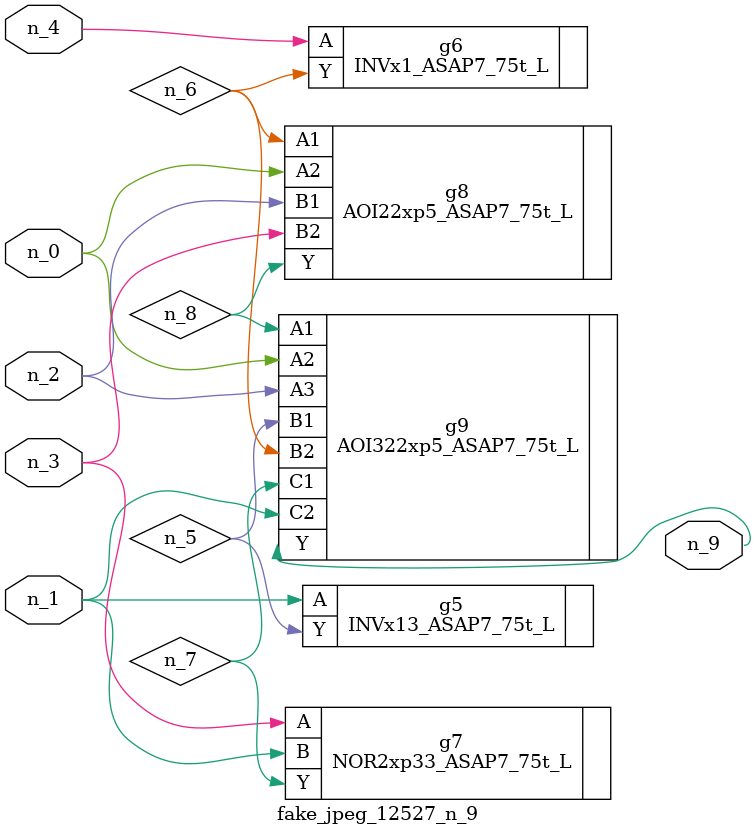
<source format=v>
module fake_jpeg_12527_n_9 (n_3, n_2, n_1, n_0, n_4, n_9);

input n_3;
input n_2;
input n_1;
input n_0;
input n_4;

output n_9;

wire n_8;
wire n_6;
wire n_5;
wire n_7;

INVx13_ASAP7_75t_L g5 ( 
.A(n_1),
.Y(n_5)
);

INVx1_ASAP7_75t_L g6 ( 
.A(n_4),
.Y(n_6)
);

NOR2xp33_ASAP7_75t_L g7 ( 
.A(n_3),
.B(n_1),
.Y(n_7)
);

AOI22xp5_ASAP7_75t_L g8 ( 
.A1(n_6),
.A2(n_0),
.B1(n_2),
.B2(n_3),
.Y(n_8)
);

AOI322xp5_ASAP7_75t_L g9 ( 
.A1(n_8),
.A2(n_0),
.A3(n_2),
.B1(n_5),
.B2(n_6),
.C1(n_7),
.C2(n_1),
.Y(n_9)
);


endmodule
</source>
